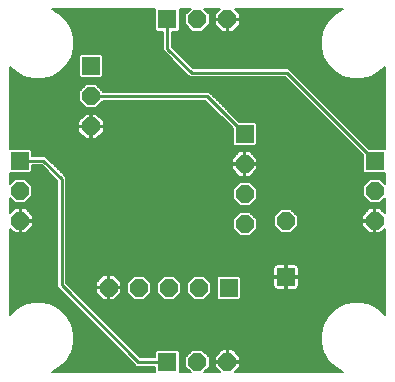
<source format=gbl>
G75*
%MOIN*%
%OFA0B0*%
%FSLAX25Y25*%
%IPPOS*%
%LPD*%
%AMOC8*
5,1,8,0,0,1.08239X$1,22.5*
%
%ADD10R,0.05937X0.05937*%
%ADD11OC8,0.05937*%
%ADD12C,0.01000*%
%ADD13C,0.00500*%
D10*
X0059929Y0010874D03*
X0080323Y0035638D03*
X0099417Y0039220D03*
X0128984Y0077961D03*
X0085677Y0086898D03*
X0059929Y0125047D03*
X0034496Y0109457D03*
X0010874Y0077961D03*
D11*
X0010874Y0067961D03*
X0010874Y0057961D03*
X0040323Y0035638D03*
X0050323Y0035638D03*
X0060323Y0035638D03*
X0070323Y0035638D03*
X0085677Y0056898D03*
X0085677Y0066898D03*
X0085677Y0076898D03*
X0099417Y0057803D03*
X0128984Y0057961D03*
X0128984Y0067961D03*
X0079929Y0010874D03*
X0069929Y0010874D03*
X0034496Y0089457D03*
X0034496Y0099457D03*
X0069929Y0125047D03*
X0079929Y0125047D03*
D12*
X0059929Y0125047D02*
X0059929Y0115362D01*
X0067961Y0107331D01*
X0099614Y0107331D01*
X0128984Y0077961D01*
X0085677Y0086898D02*
X0073118Y0099457D01*
X0034496Y0099457D01*
X0018591Y0077961D02*
X0024654Y0071898D01*
X0024654Y0036465D01*
X0050244Y0010874D01*
X0059929Y0010874D01*
X0018591Y0077961D02*
X0010874Y0077961D01*
D13*
X0024224Y0009046D02*
X0021545Y0007500D01*
X0055911Y0007500D01*
X0055911Y0009324D01*
X0049602Y0009324D01*
X0048694Y0010232D01*
X0023104Y0035823D01*
X0023104Y0071256D01*
X0017949Y0076411D01*
X0014893Y0076411D01*
X0014893Y0074557D01*
X0014277Y0073942D01*
X0007500Y0073942D01*
X0007500Y0070270D01*
X0009209Y0071979D01*
X0012539Y0071979D01*
X0014893Y0069625D01*
X0014893Y0066296D01*
X0012539Y0063942D01*
X0009209Y0063942D01*
X0007500Y0065652D01*
X0007500Y0060552D01*
X0009127Y0062179D01*
X0010624Y0062179D01*
X0010624Y0058211D01*
X0011124Y0058211D01*
X0011124Y0062179D01*
X0012621Y0062179D01*
X0015093Y0059708D01*
X0015093Y0058211D01*
X0011124Y0058211D01*
X0011124Y0057711D01*
X0015093Y0057711D01*
X0015093Y0056213D01*
X0012621Y0053742D01*
X0011124Y0053742D01*
X0011124Y0057711D01*
X0010624Y0057711D01*
X0010624Y0053742D01*
X0009127Y0053742D01*
X0007500Y0055369D01*
X0007500Y0026614D01*
X0009335Y0028450D01*
X0012100Y0030046D01*
X0015183Y0030872D01*
X0018376Y0030872D01*
X0021459Y0030046D01*
X0024224Y0028450D01*
X0026481Y0026192D01*
X0028077Y0023428D01*
X0028904Y0020344D01*
X0028904Y0017152D01*
X0028077Y0014068D01*
X0026481Y0011304D01*
X0024224Y0009046D01*
X0024113Y0008982D02*
X0055911Y0008982D01*
X0055911Y0008484D02*
X0023249Y0008484D01*
X0022386Y0007985D02*
X0055911Y0007985D01*
X0055911Y0012424D02*
X0050886Y0012424D01*
X0026204Y0037107D01*
X0026204Y0072540D01*
X0025296Y0073448D01*
X0019233Y0079511D01*
X0014893Y0079511D01*
X0014893Y0081364D01*
X0014277Y0081979D01*
X0007500Y0081979D01*
X0007500Y0109307D01*
X0009335Y0107472D01*
X0012100Y0105875D01*
X0015183Y0105049D01*
X0018376Y0105049D01*
X0021459Y0105875D01*
X0024224Y0107472D01*
X0026481Y0109729D01*
X0028077Y0112494D01*
X0028904Y0115577D01*
X0028904Y0118769D01*
X0028077Y0121853D01*
X0026481Y0124618D01*
X0024224Y0126875D01*
X0021545Y0128421D01*
X0055911Y0128421D01*
X0055911Y0121644D01*
X0056526Y0121029D01*
X0058379Y0121029D01*
X0058379Y0114720D01*
X0066411Y0106689D01*
X0066411Y0106689D01*
X0067319Y0105781D01*
X0098972Y0105781D01*
X0124966Y0079787D01*
X0124966Y0074557D01*
X0125581Y0073942D01*
X0132358Y0073942D01*
X0132358Y0070270D01*
X0130649Y0071979D01*
X0127320Y0071979D01*
X0124966Y0069625D01*
X0124966Y0066296D01*
X0127320Y0063942D01*
X0130649Y0063942D01*
X0132358Y0065652D01*
X0132358Y0060552D01*
X0130732Y0062179D01*
X0129234Y0062179D01*
X0129234Y0058211D01*
X0128734Y0058211D01*
X0128734Y0062179D01*
X0127237Y0062179D01*
X0124766Y0059708D01*
X0124766Y0058211D01*
X0128734Y0058211D01*
X0128734Y0057711D01*
X0124766Y0057711D01*
X0124766Y0056213D01*
X0127237Y0053742D01*
X0128734Y0053742D01*
X0128734Y0057711D01*
X0129234Y0057711D01*
X0129234Y0053742D01*
X0130732Y0053742D01*
X0132358Y0055369D01*
X0132358Y0026614D01*
X0130523Y0028450D01*
X0127758Y0030046D01*
X0124675Y0030872D01*
X0121483Y0030872D01*
X0118399Y0030046D01*
X0115634Y0028450D01*
X0113377Y0026192D01*
X0111781Y0023428D01*
X0110955Y0020344D01*
X0110955Y0017152D01*
X0111781Y0014068D01*
X0113377Y0011304D01*
X0115634Y0009046D01*
X0118313Y0007500D01*
X0082521Y0007500D01*
X0084148Y0009127D01*
X0084148Y0010624D01*
X0080179Y0010624D01*
X0080179Y0011124D01*
X0079679Y0011124D01*
X0079679Y0010624D01*
X0075711Y0010624D01*
X0075711Y0009127D01*
X0077337Y0007500D01*
X0072238Y0007500D01*
X0073948Y0009209D01*
X0073948Y0012539D01*
X0071594Y0014893D01*
X0068265Y0014893D01*
X0065911Y0012539D01*
X0065911Y0009209D01*
X0067620Y0007500D01*
X0063948Y0007500D01*
X0063948Y0014277D01*
X0063333Y0014893D01*
X0056526Y0014893D01*
X0055911Y0014277D01*
X0055911Y0012424D01*
X0055911Y0012472D02*
X0050838Y0012472D01*
X0050340Y0012970D02*
X0055911Y0012970D01*
X0055911Y0013469D02*
X0049841Y0013469D01*
X0049343Y0013967D02*
X0055911Y0013967D01*
X0056099Y0014466D02*
X0048844Y0014466D01*
X0048346Y0014964D02*
X0078054Y0014964D01*
X0078182Y0015093D02*
X0075711Y0012621D01*
X0075711Y0011124D01*
X0079679Y0011124D01*
X0079679Y0015093D01*
X0078182Y0015093D01*
X0077555Y0014466D02*
X0072020Y0014466D01*
X0072519Y0013967D02*
X0077057Y0013967D01*
X0076558Y0013469D02*
X0073017Y0013469D01*
X0073516Y0012970D02*
X0076059Y0012970D01*
X0075711Y0012472D02*
X0073948Y0012472D01*
X0073948Y0011973D02*
X0075711Y0011973D01*
X0075711Y0011475D02*
X0073948Y0011475D01*
X0073948Y0010976D02*
X0079679Y0010976D01*
X0079679Y0011475D02*
X0080179Y0011475D01*
X0080179Y0011124D02*
X0080179Y0015093D01*
X0081676Y0015093D01*
X0084148Y0012621D01*
X0084148Y0011124D01*
X0080179Y0011124D01*
X0080179Y0010976D02*
X0113705Y0010976D01*
X0113278Y0011475D02*
X0084148Y0011475D01*
X0084148Y0011973D02*
X0112991Y0011973D01*
X0112703Y0012472D02*
X0084148Y0012472D01*
X0083799Y0012970D02*
X0112415Y0012970D01*
X0112127Y0013469D02*
X0083300Y0013469D01*
X0082802Y0013967D02*
X0111839Y0013967D01*
X0111674Y0014466D02*
X0082303Y0014466D01*
X0081805Y0014964D02*
X0111541Y0014964D01*
X0111407Y0015463D02*
X0047847Y0015463D01*
X0047349Y0015961D02*
X0111274Y0015961D01*
X0111140Y0016460D02*
X0046850Y0016460D01*
X0046352Y0016958D02*
X0111007Y0016958D01*
X0110955Y0017457D02*
X0045853Y0017457D01*
X0045355Y0017955D02*
X0110955Y0017955D01*
X0110955Y0018454D02*
X0044856Y0018454D01*
X0044358Y0018952D02*
X0110955Y0018952D01*
X0110955Y0019451D02*
X0043859Y0019451D01*
X0043361Y0019949D02*
X0110955Y0019949D01*
X0110983Y0020448D02*
X0042862Y0020448D01*
X0042364Y0020946D02*
X0111116Y0020946D01*
X0111250Y0021445D02*
X0041865Y0021445D01*
X0041367Y0021943D02*
X0111383Y0021943D01*
X0111517Y0022442D02*
X0040868Y0022442D01*
X0040370Y0022940D02*
X0111650Y0022940D01*
X0111787Y0023439D02*
X0039871Y0023439D01*
X0039373Y0023937D02*
X0112075Y0023937D01*
X0112363Y0024436D02*
X0038874Y0024436D01*
X0038376Y0024934D02*
X0112651Y0024934D01*
X0112939Y0025433D02*
X0037877Y0025433D01*
X0037379Y0025932D02*
X0113227Y0025932D01*
X0113615Y0026430D02*
X0036880Y0026430D01*
X0036382Y0026929D02*
X0114113Y0026929D01*
X0114612Y0027427D02*
X0035883Y0027427D01*
X0035385Y0027926D02*
X0115110Y0027926D01*
X0115609Y0028424D02*
X0034886Y0028424D01*
X0034388Y0028923D02*
X0116454Y0028923D01*
X0117317Y0029421D02*
X0033889Y0029421D01*
X0033391Y0029920D02*
X0118180Y0029920D01*
X0119789Y0030418D02*
X0032892Y0030418D01*
X0032393Y0030917D02*
X0132358Y0030917D01*
X0132358Y0031415D02*
X0031895Y0031415D01*
X0031396Y0031914D02*
X0038081Y0031914D01*
X0038575Y0031419D02*
X0040073Y0031419D01*
X0040073Y0035388D01*
X0036104Y0035388D01*
X0036104Y0033890D01*
X0038575Y0031419D01*
X0037583Y0032412D02*
X0030898Y0032412D01*
X0030399Y0032911D02*
X0037084Y0032911D01*
X0036586Y0033409D02*
X0029901Y0033409D01*
X0029402Y0033908D02*
X0036104Y0033908D01*
X0036104Y0034406D02*
X0028904Y0034406D01*
X0028405Y0034905D02*
X0036104Y0034905D01*
X0036104Y0035888D02*
X0040073Y0035888D01*
X0040073Y0039856D01*
X0038575Y0039856D01*
X0036104Y0037385D01*
X0036104Y0035888D01*
X0036104Y0035902D02*
X0027408Y0035902D01*
X0026910Y0036400D02*
X0036104Y0036400D01*
X0036104Y0036899D02*
X0026411Y0036899D01*
X0026204Y0037397D02*
X0036116Y0037397D01*
X0036615Y0037896D02*
X0026204Y0037896D01*
X0026204Y0038394D02*
X0037113Y0038394D01*
X0037612Y0038893D02*
X0026204Y0038893D01*
X0026204Y0039391D02*
X0038111Y0039391D01*
X0040073Y0039391D02*
X0040573Y0039391D01*
X0040573Y0039856D02*
X0042070Y0039856D01*
X0044541Y0037385D01*
X0044541Y0035888D01*
X0040573Y0035888D01*
X0040073Y0035888D01*
X0040073Y0035388D01*
X0040573Y0035388D01*
X0040573Y0035888D01*
X0040573Y0039856D01*
X0040573Y0038893D02*
X0040073Y0038893D01*
X0040073Y0038394D02*
X0040573Y0038394D01*
X0040573Y0037896D02*
X0040073Y0037896D01*
X0040073Y0037397D02*
X0040573Y0037397D01*
X0040573Y0036899D02*
X0040073Y0036899D01*
X0040073Y0036400D02*
X0040573Y0036400D01*
X0040573Y0035902D02*
X0040073Y0035902D01*
X0040073Y0035403D02*
X0027907Y0035403D01*
X0025517Y0033409D02*
X0007500Y0033409D01*
X0007500Y0032911D02*
X0026015Y0032911D01*
X0026514Y0032412D02*
X0007500Y0032412D01*
X0007500Y0031914D02*
X0027012Y0031914D01*
X0027511Y0031415D02*
X0007500Y0031415D01*
X0007500Y0030917D02*
X0028009Y0030917D01*
X0028508Y0030418D02*
X0020070Y0030418D01*
X0021678Y0029920D02*
X0029006Y0029920D01*
X0029505Y0029421D02*
X0022541Y0029421D01*
X0023405Y0028923D02*
X0030003Y0028923D01*
X0030502Y0028424D02*
X0024249Y0028424D01*
X0024748Y0027926D02*
X0031001Y0027926D01*
X0031499Y0027427D02*
X0025246Y0027427D01*
X0025745Y0026929D02*
X0031998Y0026929D01*
X0032496Y0026430D02*
X0026243Y0026430D01*
X0026632Y0025932D02*
X0032995Y0025932D01*
X0033493Y0025433D02*
X0026920Y0025433D01*
X0027207Y0024934D02*
X0033992Y0024934D01*
X0034490Y0024436D02*
X0027495Y0024436D01*
X0027783Y0023937D02*
X0034989Y0023937D01*
X0035487Y0023439D02*
X0028071Y0023439D01*
X0028208Y0022940D02*
X0035986Y0022940D01*
X0036484Y0022442D02*
X0028341Y0022442D01*
X0028475Y0021943D02*
X0036983Y0021943D01*
X0037481Y0021445D02*
X0028609Y0021445D01*
X0028742Y0020946D02*
X0037980Y0020946D01*
X0038478Y0020448D02*
X0028876Y0020448D01*
X0028904Y0019949D02*
X0038977Y0019949D01*
X0039475Y0019451D02*
X0028904Y0019451D01*
X0028904Y0018952D02*
X0039974Y0018952D01*
X0040472Y0018454D02*
X0028904Y0018454D01*
X0028904Y0017955D02*
X0040971Y0017955D01*
X0041469Y0017457D02*
X0028904Y0017457D01*
X0028852Y0016958D02*
X0041968Y0016958D01*
X0042466Y0016460D02*
X0028718Y0016460D01*
X0028585Y0015961D02*
X0042965Y0015961D01*
X0043463Y0015463D02*
X0028451Y0015463D01*
X0028317Y0014964D02*
X0043962Y0014964D01*
X0044460Y0014466D02*
X0028184Y0014466D01*
X0028019Y0013967D02*
X0044959Y0013967D01*
X0045457Y0013469D02*
X0027731Y0013469D01*
X0027443Y0012970D02*
X0045956Y0012970D01*
X0046454Y0012472D02*
X0027155Y0012472D01*
X0026868Y0011973D02*
X0046953Y0011973D01*
X0047451Y0011475D02*
X0026580Y0011475D01*
X0026154Y0010976D02*
X0047950Y0010976D01*
X0048448Y0010478D02*
X0025655Y0010478D01*
X0025157Y0009979D02*
X0048947Y0009979D01*
X0049445Y0009481D02*
X0024658Y0009481D01*
X0007814Y0026929D02*
X0007500Y0026929D01*
X0007500Y0027427D02*
X0008313Y0027427D01*
X0008811Y0027926D02*
X0007500Y0027926D01*
X0007500Y0028424D02*
X0009310Y0028424D01*
X0010154Y0028923D02*
X0007500Y0028923D01*
X0007500Y0029421D02*
X0011018Y0029421D01*
X0011881Y0029920D02*
X0007500Y0029920D01*
X0007500Y0030418D02*
X0013489Y0030418D01*
X0007500Y0033908D02*
X0025018Y0033908D01*
X0024520Y0034406D02*
X0007500Y0034406D01*
X0007500Y0034905D02*
X0024021Y0034905D01*
X0023523Y0035403D02*
X0007500Y0035403D01*
X0007500Y0035902D02*
X0023104Y0035902D01*
X0023104Y0036400D02*
X0007500Y0036400D01*
X0007500Y0036899D02*
X0023104Y0036899D01*
X0023104Y0037397D02*
X0007500Y0037397D01*
X0007500Y0037896D02*
X0023104Y0037896D01*
X0023104Y0038394D02*
X0007500Y0038394D01*
X0007500Y0038893D02*
X0023104Y0038893D01*
X0023104Y0039391D02*
X0007500Y0039391D01*
X0007500Y0039890D02*
X0023104Y0039890D01*
X0023104Y0040388D02*
X0007500Y0040388D01*
X0007500Y0040887D02*
X0023104Y0040887D01*
X0023104Y0041385D02*
X0007500Y0041385D01*
X0007500Y0041884D02*
X0023104Y0041884D01*
X0023104Y0042382D02*
X0007500Y0042382D01*
X0007500Y0042881D02*
X0023104Y0042881D01*
X0023104Y0043379D02*
X0007500Y0043379D01*
X0007500Y0043878D02*
X0023104Y0043878D01*
X0023104Y0044376D02*
X0007500Y0044376D01*
X0007500Y0044875D02*
X0023104Y0044875D01*
X0023104Y0045373D02*
X0007500Y0045373D01*
X0007500Y0045872D02*
X0023104Y0045872D01*
X0023104Y0046370D02*
X0007500Y0046370D01*
X0007500Y0046869D02*
X0023104Y0046869D01*
X0023104Y0047368D02*
X0007500Y0047368D01*
X0007500Y0047866D02*
X0023104Y0047866D01*
X0023104Y0048365D02*
X0007500Y0048365D01*
X0007500Y0048863D02*
X0023104Y0048863D01*
X0023104Y0049362D02*
X0007500Y0049362D01*
X0007500Y0049860D02*
X0023104Y0049860D01*
X0023104Y0050359D02*
X0007500Y0050359D01*
X0007500Y0050857D02*
X0023104Y0050857D01*
X0023104Y0051356D02*
X0007500Y0051356D01*
X0007500Y0051854D02*
X0023104Y0051854D01*
X0023104Y0052353D02*
X0007500Y0052353D01*
X0007500Y0052851D02*
X0023104Y0052851D01*
X0023104Y0053350D02*
X0007500Y0053350D01*
X0007500Y0053848D02*
X0009021Y0053848D01*
X0008522Y0054347D02*
X0007500Y0054347D01*
X0007500Y0054845D02*
X0008024Y0054845D01*
X0007525Y0055344D02*
X0007500Y0055344D01*
X0010624Y0055344D02*
X0011124Y0055344D01*
X0011124Y0055842D02*
X0010624Y0055842D01*
X0010624Y0056341D02*
X0011124Y0056341D01*
X0011124Y0056839D02*
X0010624Y0056839D01*
X0010624Y0057338D02*
X0011124Y0057338D01*
X0011124Y0057836D02*
X0023104Y0057836D01*
X0023104Y0057338D02*
X0015093Y0057338D01*
X0015093Y0056839D02*
X0023104Y0056839D01*
X0023104Y0056341D02*
X0015093Y0056341D01*
X0014721Y0055842D02*
X0023104Y0055842D01*
X0023104Y0055344D02*
X0014223Y0055344D01*
X0013724Y0054845D02*
X0023104Y0054845D01*
X0023104Y0054347D02*
X0013226Y0054347D01*
X0012727Y0053848D02*
X0023104Y0053848D01*
X0026204Y0053848D02*
X0083044Y0053848D01*
X0083542Y0053350D02*
X0026204Y0053350D01*
X0026204Y0052851D02*
X0132358Y0052851D01*
X0132358Y0052353D02*
X0026204Y0052353D01*
X0026204Y0051854D02*
X0132358Y0051854D01*
X0132358Y0051356D02*
X0026204Y0051356D01*
X0026204Y0050857D02*
X0132358Y0050857D01*
X0132358Y0050359D02*
X0026204Y0050359D01*
X0026204Y0049860D02*
X0132358Y0049860D01*
X0132358Y0049362D02*
X0026204Y0049362D01*
X0026204Y0048863D02*
X0132358Y0048863D01*
X0132358Y0048365D02*
X0026204Y0048365D01*
X0026204Y0047866D02*
X0132358Y0047866D01*
X0132358Y0047368D02*
X0026204Y0047368D01*
X0026204Y0046869D02*
X0132358Y0046869D01*
X0132358Y0046370D02*
X0026204Y0046370D01*
X0026204Y0045872D02*
X0132358Y0045872D01*
X0132358Y0045373D02*
X0026204Y0045373D01*
X0026204Y0044875D02*
X0132358Y0044875D01*
X0132358Y0044376D02*
X0026204Y0044376D01*
X0026204Y0043878D02*
X0132358Y0043878D01*
X0132358Y0043379D02*
X0102773Y0043379D01*
X0102868Y0043354D02*
X0102550Y0043439D01*
X0099667Y0043439D01*
X0099667Y0039471D01*
X0099167Y0039471D01*
X0099167Y0043439D01*
X0096284Y0043439D01*
X0095966Y0043354D01*
X0095681Y0043189D01*
X0095449Y0042956D01*
X0095284Y0042671D01*
X0095199Y0042354D01*
X0095199Y0039470D01*
X0099167Y0039470D01*
X0099167Y0038970D01*
X0099667Y0038970D01*
X0099667Y0035002D01*
X0102550Y0035002D01*
X0102868Y0035087D01*
X0103153Y0035252D01*
X0103386Y0035484D01*
X0103551Y0035769D01*
X0103636Y0036087D01*
X0103636Y0038970D01*
X0099667Y0038970D01*
X0099667Y0039470D01*
X0103636Y0039470D01*
X0103636Y0042354D01*
X0103551Y0042671D01*
X0103386Y0042956D01*
X0103153Y0043189D01*
X0102868Y0043354D01*
X0103430Y0042881D02*
X0132358Y0042881D01*
X0132358Y0042382D02*
X0103628Y0042382D01*
X0103636Y0041884D02*
X0132358Y0041884D01*
X0132358Y0041385D02*
X0103636Y0041385D01*
X0103636Y0040887D02*
X0132358Y0040887D01*
X0132358Y0040388D02*
X0103636Y0040388D01*
X0103636Y0039890D02*
X0132358Y0039890D01*
X0132358Y0039391D02*
X0099667Y0039391D01*
X0099667Y0038893D02*
X0099167Y0038893D01*
X0099167Y0038970D02*
X0099167Y0035002D01*
X0096284Y0035002D01*
X0095966Y0035087D01*
X0095681Y0035252D01*
X0095449Y0035484D01*
X0095284Y0035769D01*
X0095199Y0036087D01*
X0095199Y0038970D01*
X0099167Y0038970D01*
X0099167Y0039391D02*
X0083991Y0039391D01*
X0083726Y0039656D02*
X0076919Y0039656D01*
X0076304Y0039041D01*
X0076304Y0032234D01*
X0076919Y0031619D01*
X0083726Y0031619D01*
X0084341Y0032234D01*
X0084341Y0039041D01*
X0083726Y0039656D01*
X0084341Y0038893D02*
X0095199Y0038893D01*
X0095199Y0038394D02*
X0084341Y0038394D01*
X0084341Y0037896D02*
X0095199Y0037896D01*
X0095199Y0037397D02*
X0084341Y0037397D01*
X0084341Y0036899D02*
X0095199Y0036899D01*
X0095199Y0036400D02*
X0084341Y0036400D01*
X0084341Y0035902D02*
X0095249Y0035902D01*
X0095530Y0035403D02*
X0084341Y0035403D01*
X0084341Y0034905D02*
X0132358Y0034905D01*
X0132358Y0035403D02*
X0103305Y0035403D01*
X0103586Y0035902D02*
X0132358Y0035902D01*
X0132358Y0036400D02*
X0103636Y0036400D01*
X0103636Y0036899D02*
X0132358Y0036899D01*
X0132358Y0037397D02*
X0103636Y0037397D01*
X0103636Y0037896D02*
X0132358Y0037896D01*
X0132358Y0038394D02*
X0103636Y0038394D01*
X0103636Y0038893D02*
X0132358Y0038893D01*
X0132358Y0034406D02*
X0084341Y0034406D01*
X0084341Y0033908D02*
X0132358Y0033908D01*
X0132358Y0033409D02*
X0084341Y0033409D01*
X0084341Y0032911D02*
X0132358Y0032911D01*
X0132358Y0032412D02*
X0084341Y0032412D01*
X0084021Y0031914D02*
X0132358Y0031914D01*
X0132358Y0030418D02*
X0126369Y0030418D01*
X0127977Y0029920D02*
X0132358Y0029920D01*
X0132358Y0029421D02*
X0128840Y0029421D01*
X0129704Y0028923D02*
X0132358Y0028923D01*
X0132358Y0028424D02*
X0130549Y0028424D01*
X0131047Y0027926D02*
X0132358Y0027926D01*
X0132358Y0027427D02*
X0131546Y0027427D01*
X0132044Y0026929D02*
X0132358Y0026929D01*
X0115200Y0009481D02*
X0084148Y0009481D01*
X0084148Y0009979D02*
X0114702Y0009979D01*
X0114203Y0010478D02*
X0084148Y0010478D01*
X0084003Y0008982D02*
X0115746Y0008982D01*
X0116609Y0008484D02*
X0083505Y0008484D01*
X0083006Y0007985D02*
X0117473Y0007985D01*
X0099667Y0035403D02*
X0099167Y0035403D01*
X0099167Y0035902D02*
X0099667Y0035902D01*
X0099667Y0036400D02*
X0099167Y0036400D01*
X0099167Y0036899D02*
X0099667Y0036899D01*
X0099667Y0037397D02*
X0099167Y0037397D01*
X0099167Y0037896D02*
X0099667Y0037896D01*
X0099667Y0038394D02*
X0099167Y0038394D01*
X0099167Y0039890D02*
X0099667Y0039890D01*
X0099667Y0040388D02*
X0099167Y0040388D01*
X0099167Y0040887D02*
X0099667Y0040887D01*
X0099667Y0041385D02*
X0099167Y0041385D01*
X0099167Y0041884D02*
X0099667Y0041884D01*
X0099667Y0042382D02*
X0099167Y0042382D01*
X0099167Y0042881D02*
X0099667Y0042881D01*
X0099667Y0043379D02*
X0099167Y0043379D01*
X0096062Y0043379D02*
X0026204Y0043379D01*
X0026204Y0042881D02*
X0095405Y0042881D01*
X0095207Y0042382D02*
X0026204Y0042382D01*
X0026204Y0041884D02*
X0095199Y0041884D01*
X0095199Y0041385D02*
X0026204Y0041385D01*
X0026204Y0040887D02*
X0095199Y0040887D01*
X0095199Y0040388D02*
X0026204Y0040388D01*
X0026204Y0039890D02*
X0095199Y0039890D01*
X0087342Y0052879D02*
X0084013Y0052879D01*
X0081659Y0055233D01*
X0081659Y0058562D01*
X0084013Y0060916D01*
X0087342Y0060916D01*
X0089696Y0058562D01*
X0089696Y0055233D01*
X0087342Y0052879D01*
X0087812Y0053350D02*
X0132358Y0053350D01*
X0132358Y0053848D02*
X0130838Y0053848D01*
X0131336Y0054347D02*
X0132358Y0054347D01*
X0132358Y0054845D02*
X0131835Y0054845D01*
X0132333Y0055344D02*
X0132358Y0055344D01*
X0129234Y0055344D02*
X0128734Y0055344D01*
X0128734Y0055842D02*
X0129234Y0055842D01*
X0129234Y0056341D02*
X0128734Y0056341D01*
X0128734Y0056839D02*
X0129234Y0056839D01*
X0129234Y0057338D02*
X0128734Y0057338D01*
X0128734Y0057836D02*
X0103436Y0057836D01*
X0103436Y0057338D02*
X0124766Y0057338D01*
X0124766Y0056839D02*
X0103436Y0056839D01*
X0103436Y0056341D02*
X0124766Y0056341D01*
X0125137Y0055842D02*
X0103139Y0055842D01*
X0103436Y0056139D02*
X0101082Y0053785D01*
X0097753Y0053785D01*
X0095399Y0056139D01*
X0095399Y0059468D01*
X0097753Y0061822D01*
X0101082Y0061822D01*
X0103436Y0059468D01*
X0103436Y0056139D01*
X0102641Y0055344D02*
X0125635Y0055344D01*
X0126134Y0054845D02*
X0102142Y0054845D01*
X0101644Y0054347D02*
X0126632Y0054347D01*
X0127131Y0053848D02*
X0101145Y0053848D01*
X0097689Y0053848D02*
X0088311Y0053848D01*
X0088809Y0054347D02*
X0097191Y0054347D01*
X0096692Y0054845D02*
X0089308Y0054845D01*
X0089696Y0055344D02*
X0096194Y0055344D01*
X0095695Y0055842D02*
X0089696Y0055842D01*
X0089696Y0056341D02*
X0095399Y0056341D01*
X0095399Y0056839D02*
X0089696Y0056839D01*
X0089696Y0057338D02*
X0095399Y0057338D01*
X0095399Y0057836D02*
X0089696Y0057836D01*
X0089696Y0058335D02*
X0095399Y0058335D01*
X0095399Y0058833D02*
X0089425Y0058833D01*
X0088926Y0059332D02*
X0095399Y0059332D01*
X0095761Y0059830D02*
X0088428Y0059830D01*
X0087929Y0060329D02*
X0096260Y0060329D01*
X0096758Y0060827D02*
X0087430Y0060827D01*
X0087342Y0062879D02*
X0089696Y0065233D01*
X0089696Y0068562D01*
X0087342Y0070916D01*
X0084013Y0070916D01*
X0081659Y0068562D01*
X0081659Y0065233D01*
X0084013Y0062879D01*
X0087342Y0062879D01*
X0087782Y0063320D02*
X0132358Y0063320D01*
X0132358Y0063818D02*
X0088281Y0063818D01*
X0088779Y0064317D02*
X0126945Y0064317D01*
X0126446Y0064815D02*
X0089278Y0064815D01*
X0089696Y0065314D02*
X0125948Y0065314D01*
X0125449Y0065812D02*
X0089696Y0065812D01*
X0089696Y0066311D02*
X0124966Y0066311D01*
X0124966Y0066809D02*
X0089696Y0066809D01*
X0089696Y0067308D02*
X0124966Y0067308D01*
X0124966Y0067806D02*
X0089696Y0067806D01*
X0089696Y0068305D02*
X0124966Y0068305D01*
X0124966Y0068803D02*
X0089454Y0068803D01*
X0088956Y0069302D02*
X0124966Y0069302D01*
X0125141Y0069801D02*
X0088457Y0069801D01*
X0087959Y0070299D02*
X0125640Y0070299D01*
X0126138Y0070798D02*
X0087460Y0070798D01*
X0087425Y0072679D02*
X0085927Y0072679D01*
X0085927Y0076648D01*
X0085927Y0077148D01*
X0085427Y0077148D01*
X0085427Y0081116D01*
X0083930Y0081116D01*
X0081459Y0078645D01*
X0081459Y0077148D01*
X0085427Y0077148D01*
X0085427Y0076648D01*
X0081459Y0076648D01*
X0081459Y0075150D01*
X0083930Y0072679D01*
X0085427Y0072679D01*
X0085427Y0076648D01*
X0085927Y0076648D01*
X0089896Y0076648D01*
X0089896Y0075150D01*
X0087425Y0072679D01*
X0087537Y0072792D02*
X0132358Y0072792D01*
X0132358Y0073290D02*
X0088035Y0073290D01*
X0088534Y0073789D02*
X0132358Y0073789D01*
X0132358Y0072293D02*
X0026204Y0072293D01*
X0026204Y0071795D02*
X0127135Y0071795D01*
X0126637Y0071296D02*
X0026204Y0071296D01*
X0026204Y0070798D02*
X0083894Y0070798D01*
X0083396Y0070299D02*
X0026204Y0070299D01*
X0026204Y0069801D02*
X0082897Y0069801D01*
X0082399Y0069302D02*
X0026204Y0069302D01*
X0026204Y0068803D02*
X0081900Y0068803D01*
X0081659Y0068305D02*
X0026204Y0068305D01*
X0026204Y0067806D02*
X0081659Y0067806D01*
X0081659Y0067308D02*
X0026204Y0067308D01*
X0026204Y0066809D02*
X0081659Y0066809D01*
X0081659Y0066311D02*
X0026204Y0066311D01*
X0026204Y0065812D02*
X0081659Y0065812D01*
X0081659Y0065314D02*
X0026204Y0065314D01*
X0026204Y0064815D02*
X0082076Y0064815D01*
X0082575Y0064317D02*
X0026204Y0064317D01*
X0026204Y0063818D02*
X0083073Y0063818D01*
X0083572Y0063320D02*
X0026204Y0063320D01*
X0026204Y0062821D02*
X0132358Y0062821D01*
X0132358Y0062323D02*
X0026204Y0062323D01*
X0026204Y0061824D02*
X0126882Y0061824D01*
X0126384Y0061326D02*
X0101578Y0061326D01*
X0102076Y0060827D02*
X0125885Y0060827D01*
X0125387Y0060329D02*
X0102575Y0060329D01*
X0103073Y0059830D02*
X0124888Y0059830D01*
X0124766Y0059332D02*
X0103436Y0059332D01*
X0103436Y0058833D02*
X0124766Y0058833D01*
X0124766Y0058335D02*
X0103436Y0058335D01*
X0097257Y0061326D02*
X0026204Y0061326D01*
X0026204Y0060827D02*
X0083924Y0060827D01*
X0083425Y0060329D02*
X0026204Y0060329D01*
X0026204Y0059830D02*
X0082927Y0059830D01*
X0082428Y0059332D02*
X0026204Y0059332D01*
X0026204Y0058833D02*
X0081930Y0058833D01*
X0081659Y0058335D02*
X0026204Y0058335D01*
X0026204Y0057836D02*
X0081659Y0057836D01*
X0081659Y0057338D02*
X0026204Y0057338D01*
X0026204Y0056839D02*
X0081659Y0056839D01*
X0081659Y0056341D02*
X0026204Y0056341D01*
X0026204Y0055842D02*
X0081659Y0055842D01*
X0081659Y0055344D02*
X0026204Y0055344D01*
X0026204Y0054845D02*
X0082047Y0054845D01*
X0082545Y0054347D02*
X0026204Y0054347D01*
X0023104Y0058335D02*
X0015093Y0058335D01*
X0015093Y0058833D02*
X0023104Y0058833D01*
X0023104Y0059332D02*
X0015093Y0059332D01*
X0014970Y0059830D02*
X0023104Y0059830D01*
X0023104Y0060329D02*
X0014472Y0060329D01*
X0013973Y0060827D02*
X0023104Y0060827D01*
X0023104Y0061326D02*
X0013475Y0061326D01*
X0012976Y0061824D02*
X0023104Y0061824D01*
X0023104Y0062323D02*
X0007500Y0062323D01*
X0007500Y0062821D02*
X0023104Y0062821D01*
X0023104Y0063320D02*
X0007500Y0063320D01*
X0007500Y0063818D02*
X0023104Y0063818D01*
X0023104Y0064317D02*
X0012913Y0064317D01*
X0013412Y0064815D02*
X0023104Y0064815D01*
X0023104Y0065314D02*
X0013910Y0065314D01*
X0014409Y0065812D02*
X0023104Y0065812D01*
X0023104Y0066311D02*
X0014893Y0066311D01*
X0014893Y0066809D02*
X0023104Y0066809D01*
X0023104Y0067308D02*
X0014893Y0067308D01*
X0014893Y0067806D02*
X0023104Y0067806D01*
X0023104Y0068305D02*
X0014893Y0068305D01*
X0014893Y0068803D02*
X0023104Y0068803D01*
X0023104Y0069302D02*
X0014893Y0069302D01*
X0014717Y0069801D02*
X0023104Y0069801D01*
X0023104Y0070299D02*
X0014219Y0070299D01*
X0013720Y0070798D02*
X0023104Y0070798D01*
X0023063Y0071296D02*
X0013222Y0071296D01*
X0012723Y0071795D02*
X0022565Y0071795D01*
X0022066Y0072293D02*
X0007500Y0072293D01*
X0007500Y0071795D02*
X0009025Y0071795D01*
X0008526Y0071296D02*
X0007500Y0071296D01*
X0007500Y0070798D02*
X0008028Y0070798D01*
X0007529Y0070299D02*
X0007500Y0070299D01*
X0007500Y0072792D02*
X0021568Y0072792D01*
X0021069Y0073290D02*
X0007500Y0073290D01*
X0007500Y0073789D02*
X0020571Y0073789D01*
X0020072Y0074287D02*
X0014622Y0074287D01*
X0014893Y0074786D02*
X0019574Y0074786D01*
X0019075Y0075284D02*
X0014893Y0075284D01*
X0014893Y0075783D02*
X0018576Y0075783D01*
X0018078Y0076281D02*
X0014893Y0076281D01*
X0014893Y0079771D02*
X0082584Y0079771D01*
X0082086Y0079272D02*
X0019471Y0079272D01*
X0019969Y0078774D02*
X0081587Y0078774D01*
X0081459Y0078275D02*
X0020468Y0078275D01*
X0020966Y0077777D02*
X0081459Y0077777D01*
X0081459Y0077278D02*
X0021465Y0077278D01*
X0021964Y0076780D02*
X0085427Y0076780D01*
X0085427Y0077278D02*
X0085927Y0077278D01*
X0085927Y0077148D02*
X0085927Y0081116D01*
X0087425Y0081116D01*
X0089896Y0078645D01*
X0089896Y0077148D01*
X0085927Y0077148D01*
X0085927Y0076780D02*
X0124966Y0076780D01*
X0124966Y0077278D02*
X0089896Y0077278D01*
X0089896Y0077777D02*
X0124966Y0077777D01*
X0124966Y0078275D02*
X0089896Y0078275D01*
X0089767Y0078774D02*
X0124966Y0078774D01*
X0124966Y0079272D02*
X0089268Y0079272D01*
X0088770Y0079771D02*
X0124966Y0079771D01*
X0124484Y0080269D02*
X0088271Y0080269D01*
X0087773Y0080768D02*
X0123985Y0080768D01*
X0123487Y0081266D02*
X0014893Y0081266D01*
X0014893Y0080768D02*
X0083581Y0080768D01*
X0083083Y0080269D02*
X0014893Y0080269D01*
X0014492Y0081765D02*
X0122988Y0081765D01*
X0122490Y0082263D02*
X0007500Y0082263D01*
X0007500Y0082762D02*
X0121991Y0082762D01*
X0121493Y0083260D02*
X0089462Y0083260D01*
X0089696Y0083494D02*
X0089696Y0090301D01*
X0089081Y0090916D01*
X0083851Y0090916D01*
X0074668Y0100099D01*
X0073760Y0101007D01*
X0038515Y0101007D01*
X0038515Y0101121D01*
X0036161Y0103475D01*
X0032832Y0103475D01*
X0030478Y0101121D01*
X0030478Y0097792D01*
X0032832Y0095438D01*
X0036161Y0095438D01*
X0038515Y0097792D01*
X0038515Y0097907D01*
X0072476Y0097907D01*
X0081659Y0088724D01*
X0081659Y0083494D01*
X0082274Y0082879D01*
X0089081Y0082879D01*
X0089696Y0083494D01*
X0089696Y0083759D02*
X0120994Y0083759D01*
X0120495Y0084257D02*
X0089696Y0084257D01*
X0089696Y0084756D02*
X0119997Y0084756D01*
X0119498Y0085254D02*
X0089696Y0085254D01*
X0089696Y0085753D02*
X0119000Y0085753D01*
X0118501Y0086251D02*
X0089696Y0086251D01*
X0089696Y0086750D02*
X0118003Y0086750D01*
X0117504Y0087248D02*
X0089696Y0087248D01*
X0089696Y0087747D02*
X0117006Y0087747D01*
X0116507Y0088245D02*
X0089696Y0088245D01*
X0089696Y0088744D02*
X0116009Y0088744D01*
X0115510Y0089242D02*
X0089696Y0089242D01*
X0089696Y0089741D02*
X0115012Y0089741D01*
X0114513Y0090239D02*
X0089696Y0090239D01*
X0089259Y0090738D02*
X0114015Y0090738D01*
X0113516Y0091237D02*
X0083530Y0091237D01*
X0083032Y0091735D02*
X0113018Y0091735D01*
X0112519Y0092234D02*
X0082533Y0092234D01*
X0082035Y0092732D02*
X0112021Y0092732D01*
X0111522Y0093231D02*
X0081536Y0093231D01*
X0081038Y0093729D02*
X0111024Y0093729D01*
X0110525Y0094228D02*
X0080539Y0094228D01*
X0080041Y0094726D02*
X0110027Y0094726D01*
X0109528Y0095225D02*
X0079542Y0095225D01*
X0079044Y0095723D02*
X0109030Y0095723D01*
X0108531Y0096222D02*
X0078545Y0096222D01*
X0078047Y0096720D02*
X0108033Y0096720D01*
X0107534Y0097219D02*
X0077548Y0097219D01*
X0077050Y0097717D02*
X0107036Y0097717D01*
X0106537Y0098216D02*
X0076551Y0098216D01*
X0076053Y0098714D02*
X0106039Y0098714D01*
X0105540Y0099213D02*
X0075554Y0099213D01*
X0075056Y0099711D02*
X0105042Y0099711D01*
X0104543Y0100210D02*
X0074557Y0100210D01*
X0074059Y0100708D02*
X0104045Y0100708D01*
X0103546Y0101207D02*
X0038429Y0101207D01*
X0037931Y0101705D02*
X0103048Y0101705D01*
X0102549Y0102204D02*
X0037432Y0102204D01*
X0036933Y0102702D02*
X0102051Y0102702D01*
X0101552Y0103201D02*
X0036435Y0103201D01*
X0037899Y0105438D02*
X0038515Y0106053D01*
X0038515Y0112860D01*
X0037899Y0113475D01*
X0031093Y0113475D01*
X0030478Y0112860D01*
X0030478Y0106053D01*
X0031093Y0105438D01*
X0037899Y0105438D01*
X0038155Y0105693D02*
X0099060Y0105693D01*
X0099558Y0105195D02*
X0018919Y0105195D01*
X0020780Y0105693D02*
X0030837Y0105693D01*
X0030478Y0106192D02*
X0022007Y0106192D01*
X0022871Y0106690D02*
X0030478Y0106690D01*
X0030478Y0107189D02*
X0023734Y0107189D01*
X0024440Y0107687D02*
X0030478Y0107687D01*
X0030478Y0108186D02*
X0024938Y0108186D01*
X0025437Y0108684D02*
X0030478Y0108684D01*
X0030478Y0109183D02*
X0025935Y0109183D01*
X0026434Y0109681D02*
X0030478Y0109681D01*
X0030478Y0110180D02*
X0026742Y0110180D01*
X0027029Y0110678D02*
X0030478Y0110678D01*
X0030478Y0111177D02*
X0027317Y0111177D01*
X0027605Y0111675D02*
X0030478Y0111675D01*
X0030478Y0112174D02*
X0027893Y0112174D01*
X0028125Y0112672D02*
X0030478Y0112672D01*
X0030788Y0113171D02*
X0028259Y0113171D01*
X0028392Y0113670D02*
X0059430Y0113670D01*
X0058931Y0114168D02*
X0028526Y0114168D01*
X0028660Y0114667D02*
X0058433Y0114667D01*
X0058379Y0115165D02*
X0028793Y0115165D01*
X0028904Y0115664D02*
X0058379Y0115664D01*
X0058379Y0116162D02*
X0028904Y0116162D01*
X0028904Y0116661D02*
X0058379Y0116661D01*
X0058379Y0117159D02*
X0028904Y0117159D01*
X0028904Y0117658D02*
X0058379Y0117658D01*
X0058379Y0118156D02*
X0028904Y0118156D01*
X0028904Y0118655D02*
X0058379Y0118655D01*
X0058379Y0119153D02*
X0028801Y0119153D01*
X0028667Y0119652D02*
X0058379Y0119652D01*
X0058379Y0120150D02*
X0028534Y0120150D01*
X0028400Y0120649D02*
X0058379Y0120649D01*
X0056407Y0121147D02*
X0028266Y0121147D01*
X0028133Y0121646D02*
X0055911Y0121646D01*
X0055911Y0122144D02*
X0027909Y0122144D01*
X0027621Y0122643D02*
X0055911Y0122643D01*
X0055911Y0123141D02*
X0027334Y0123141D01*
X0027046Y0123640D02*
X0055911Y0123640D01*
X0055911Y0124138D02*
X0026758Y0124138D01*
X0026462Y0124637D02*
X0055911Y0124637D01*
X0055911Y0125135D02*
X0025963Y0125135D01*
X0025465Y0125634D02*
X0055911Y0125634D01*
X0055911Y0126132D02*
X0024966Y0126132D01*
X0024468Y0126631D02*
X0055911Y0126631D01*
X0055911Y0127129D02*
X0023783Y0127129D01*
X0022920Y0127628D02*
X0055911Y0127628D01*
X0055911Y0128126D02*
X0022056Y0128126D01*
X0038204Y0113171D02*
X0059928Y0113171D01*
X0060427Y0112672D02*
X0038515Y0112672D01*
X0038515Y0112174D02*
X0060925Y0112174D01*
X0061424Y0111675D02*
X0038515Y0111675D01*
X0038515Y0111177D02*
X0061922Y0111177D01*
X0062421Y0110678D02*
X0038515Y0110678D01*
X0038515Y0110180D02*
X0062919Y0110180D01*
X0063418Y0109681D02*
X0038515Y0109681D01*
X0038515Y0109183D02*
X0063916Y0109183D01*
X0064415Y0108684D02*
X0038515Y0108684D01*
X0038515Y0108186D02*
X0064913Y0108186D01*
X0065412Y0107687D02*
X0038515Y0107687D01*
X0038515Y0107189D02*
X0065910Y0107189D01*
X0066409Y0106690D02*
X0038515Y0106690D01*
X0038515Y0106192D02*
X0066907Y0106192D01*
X0068603Y0108881D02*
X0098972Y0108881D01*
X0100256Y0108881D01*
X0127158Y0081979D01*
X0132358Y0081979D01*
X0132358Y0109307D01*
X0130523Y0107472D01*
X0127758Y0105875D01*
X0124675Y0105049D01*
X0121483Y0105049D01*
X0118399Y0105875D01*
X0115634Y0107472D01*
X0113377Y0109729D01*
X0111781Y0112494D01*
X0110955Y0115577D01*
X0110955Y0118769D01*
X0111781Y0121853D01*
X0113377Y0124618D01*
X0115634Y0126875D01*
X0118313Y0128421D01*
X0082521Y0128421D01*
X0084148Y0126795D01*
X0084148Y0125297D01*
X0080179Y0125297D01*
X0080179Y0124797D01*
X0080179Y0120829D01*
X0081676Y0120829D01*
X0084148Y0123300D01*
X0084148Y0124797D01*
X0080179Y0124797D01*
X0079679Y0124797D01*
X0079679Y0120829D01*
X0078182Y0120829D01*
X0075711Y0123300D01*
X0075711Y0124797D01*
X0079679Y0124797D01*
X0079679Y0125297D01*
X0075711Y0125297D01*
X0075711Y0126795D01*
X0077337Y0128421D01*
X0072238Y0128421D01*
X0073948Y0126712D01*
X0073948Y0123383D01*
X0071594Y0121029D01*
X0068265Y0121029D01*
X0065911Y0123383D01*
X0065911Y0126712D01*
X0067620Y0128421D01*
X0063948Y0128421D01*
X0063948Y0121644D01*
X0063333Y0121029D01*
X0061479Y0121029D01*
X0061479Y0116004D01*
X0068603Y0108881D01*
X0068300Y0109183D02*
X0113923Y0109183D01*
X0113425Y0109681D02*
X0067802Y0109681D01*
X0067303Y0110180D02*
X0113117Y0110180D01*
X0112829Y0110678D02*
X0066805Y0110678D01*
X0066306Y0111177D02*
X0112541Y0111177D01*
X0112253Y0111675D02*
X0065808Y0111675D01*
X0065309Y0112174D02*
X0111965Y0112174D01*
X0111733Y0112672D02*
X0064811Y0112672D01*
X0064312Y0113171D02*
X0111599Y0113171D01*
X0111466Y0113670D02*
X0063814Y0113670D01*
X0063315Y0114168D02*
X0111332Y0114168D01*
X0111199Y0114667D02*
X0062817Y0114667D01*
X0062318Y0115165D02*
X0111065Y0115165D01*
X0110955Y0115664D02*
X0061820Y0115664D01*
X0061479Y0116162D02*
X0110955Y0116162D01*
X0110955Y0116661D02*
X0061479Y0116661D01*
X0061479Y0117159D02*
X0110955Y0117159D01*
X0110955Y0117658D02*
X0061479Y0117658D01*
X0061479Y0118156D02*
X0110955Y0118156D01*
X0110955Y0118655D02*
X0061479Y0118655D01*
X0061479Y0119153D02*
X0111058Y0119153D01*
X0111191Y0119652D02*
X0061479Y0119652D01*
X0061479Y0120150D02*
X0111325Y0120150D01*
X0111458Y0120649D02*
X0061479Y0120649D01*
X0063451Y0121147D02*
X0068146Y0121147D01*
X0067648Y0121646D02*
X0063948Y0121646D01*
X0063948Y0122144D02*
X0067149Y0122144D01*
X0066651Y0122643D02*
X0063948Y0122643D01*
X0063948Y0123141D02*
X0066152Y0123141D01*
X0065911Y0123640D02*
X0063948Y0123640D01*
X0063948Y0124138D02*
X0065911Y0124138D01*
X0065911Y0124637D02*
X0063948Y0124637D01*
X0063948Y0125135D02*
X0065911Y0125135D01*
X0065911Y0125634D02*
X0063948Y0125634D01*
X0063948Y0126132D02*
X0065911Y0126132D01*
X0065911Y0126631D02*
X0063948Y0126631D01*
X0063948Y0127129D02*
X0066328Y0127129D01*
X0066827Y0127628D02*
X0063948Y0127628D01*
X0063948Y0128126D02*
X0067325Y0128126D01*
X0072533Y0128126D02*
X0077042Y0128126D01*
X0076544Y0127628D02*
X0073032Y0127628D01*
X0073530Y0127129D02*
X0076045Y0127129D01*
X0075711Y0126631D02*
X0073948Y0126631D01*
X0073948Y0126132D02*
X0075711Y0126132D01*
X0075711Y0125634D02*
X0073948Y0125634D01*
X0073948Y0125135D02*
X0079679Y0125135D01*
X0079679Y0124637D02*
X0080179Y0124637D01*
X0080179Y0125135D02*
X0113895Y0125135D01*
X0113396Y0124637D02*
X0084148Y0124637D01*
X0084148Y0124138D02*
X0113100Y0124138D01*
X0112813Y0123640D02*
X0084148Y0123640D01*
X0083989Y0123141D02*
X0112525Y0123141D01*
X0112237Y0122643D02*
X0083490Y0122643D01*
X0082992Y0122144D02*
X0111949Y0122144D01*
X0111725Y0121646D02*
X0082493Y0121646D01*
X0081995Y0121147D02*
X0111592Y0121147D01*
X0114393Y0125634D02*
X0084148Y0125634D01*
X0084148Y0126132D02*
X0114892Y0126132D01*
X0115390Y0126631D02*
X0084148Y0126631D01*
X0083813Y0127129D02*
X0116075Y0127129D01*
X0116939Y0127628D02*
X0083314Y0127628D01*
X0082816Y0128126D02*
X0117802Y0128126D01*
X0132234Y0109183D02*
X0132358Y0109183D01*
X0132358Y0108684D02*
X0131736Y0108684D01*
X0131237Y0108186D02*
X0132358Y0108186D01*
X0132358Y0107687D02*
X0130739Y0107687D01*
X0130033Y0107189D02*
X0132358Y0107189D01*
X0132358Y0106690D02*
X0129170Y0106690D01*
X0128306Y0106192D02*
X0132358Y0106192D01*
X0132358Y0105693D02*
X0127079Y0105693D01*
X0125218Y0105195D02*
X0132358Y0105195D01*
X0132358Y0104696D02*
X0104441Y0104696D01*
X0104939Y0104198D02*
X0132358Y0104198D01*
X0132358Y0103699D02*
X0105438Y0103699D01*
X0105936Y0103201D02*
X0132358Y0103201D01*
X0132358Y0102702D02*
X0106435Y0102702D01*
X0106933Y0102204D02*
X0132358Y0102204D01*
X0132358Y0101705D02*
X0107432Y0101705D01*
X0107930Y0101207D02*
X0132358Y0101207D01*
X0132358Y0100708D02*
X0108429Y0100708D01*
X0108927Y0100210D02*
X0132358Y0100210D01*
X0132358Y0099711D02*
X0109426Y0099711D01*
X0109924Y0099213D02*
X0132358Y0099213D01*
X0132358Y0098714D02*
X0110423Y0098714D01*
X0110921Y0098216D02*
X0132358Y0098216D01*
X0132358Y0097717D02*
X0111420Y0097717D01*
X0111918Y0097219D02*
X0132358Y0097219D01*
X0132358Y0096720D02*
X0112417Y0096720D01*
X0112915Y0096222D02*
X0132358Y0096222D01*
X0132358Y0095723D02*
X0113414Y0095723D01*
X0113912Y0095225D02*
X0132358Y0095225D01*
X0132358Y0094726D02*
X0114411Y0094726D01*
X0114909Y0094228D02*
X0132358Y0094228D01*
X0132358Y0093729D02*
X0115408Y0093729D01*
X0115906Y0093231D02*
X0132358Y0093231D01*
X0132358Y0092732D02*
X0116405Y0092732D01*
X0116903Y0092234D02*
X0132358Y0092234D01*
X0132358Y0091735D02*
X0117402Y0091735D01*
X0117900Y0091237D02*
X0132358Y0091237D01*
X0132358Y0090738D02*
X0118399Y0090738D01*
X0118897Y0090239D02*
X0132358Y0090239D01*
X0132358Y0089741D02*
X0119396Y0089741D01*
X0119894Y0089242D02*
X0132358Y0089242D01*
X0132358Y0088744D02*
X0120393Y0088744D01*
X0120891Y0088245D02*
X0132358Y0088245D01*
X0132358Y0087747D02*
X0121390Y0087747D01*
X0121888Y0087248D02*
X0132358Y0087248D01*
X0132358Y0086750D02*
X0122387Y0086750D01*
X0122886Y0086251D02*
X0132358Y0086251D01*
X0132358Y0085753D02*
X0123384Y0085753D01*
X0123883Y0085254D02*
X0132358Y0085254D01*
X0132358Y0084756D02*
X0124381Y0084756D01*
X0124880Y0084257D02*
X0132358Y0084257D01*
X0132358Y0083759D02*
X0125378Y0083759D01*
X0125877Y0083260D02*
X0132358Y0083260D01*
X0132358Y0082762D02*
X0126375Y0082762D01*
X0126874Y0082263D02*
X0132358Y0082263D01*
X0124966Y0076281D02*
X0089896Y0076281D01*
X0089896Y0075783D02*
X0124966Y0075783D01*
X0124966Y0075284D02*
X0089896Y0075284D01*
X0089531Y0074786D02*
X0124966Y0074786D01*
X0125236Y0074287D02*
X0089033Y0074287D01*
X0085927Y0074287D02*
X0085427Y0074287D01*
X0085427Y0073789D02*
X0085927Y0073789D01*
X0085927Y0073290D02*
X0085427Y0073290D01*
X0085427Y0072792D02*
X0085927Y0072792D01*
X0085927Y0074786D02*
X0085427Y0074786D01*
X0085427Y0075284D02*
X0085927Y0075284D01*
X0085927Y0075783D02*
X0085427Y0075783D01*
X0085427Y0076281D02*
X0085927Y0076281D01*
X0085927Y0077777D02*
X0085427Y0077777D01*
X0085427Y0078275D02*
X0085927Y0078275D01*
X0085927Y0078774D02*
X0085427Y0078774D01*
X0085427Y0079272D02*
X0085927Y0079272D01*
X0085927Y0079771D02*
X0085427Y0079771D01*
X0085427Y0080269D02*
X0085927Y0080269D01*
X0085927Y0080768D02*
X0085427Y0080768D01*
X0081893Y0083260D02*
X0007500Y0083260D01*
X0007500Y0083759D02*
X0081659Y0083759D01*
X0081659Y0084257D02*
X0007500Y0084257D01*
X0007500Y0084756D02*
X0081659Y0084756D01*
X0081659Y0085254D02*
X0036260Y0085254D01*
X0036243Y0085238D02*
X0038715Y0087709D01*
X0038715Y0089207D01*
X0034746Y0089207D01*
X0034746Y0089707D01*
X0034246Y0089707D01*
X0034246Y0093675D01*
X0032749Y0093675D01*
X0030278Y0091204D01*
X0030278Y0089707D01*
X0034246Y0089707D01*
X0034246Y0089207D01*
X0030278Y0089207D01*
X0030278Y0087709D01*
X0032749Y0085238D01*
X0034246Y0085238D01*
X0034246Y0089207D01*
X0034746Y0089207D01*
X0034746Y0085238D01*
X0036243Y0085238D01*
X0036758Y0085753D02*
X0081659Y0085753D01*
X0081659Y0086251D02*
X0037257Y0086251D01*
X0037755Y0086750D02*
X0081659Y0086750D01*
X0081659Y0087248D02*
X0038254Y0087248D01*
X0038715Y0087747D02*
X0081659Y0087747D01*
X0081659Y0088245D02*
X0038715Y0088245D01*
X0038715Y0088744D02*
X0081639Y0088744D01*
X0081140Y0089242D02*
X0034746Y0089242D01*
X0034746Y0089707D02*
X0038715Y0089707D01*
X0038715Y0091204D01*
X0036243Y0093675D01*
X0034746Y0093675D01*
X0034746Y0089707D01*
X0034746Y0089741D02*
X0034246Y0089741D01*
X0034246Y0090239D02*
X0034746Y0090239D01*
X0034746Y0090738D02*
X0034246Y0090738D01*
X0034246Y0091237D02*
X0034746Y0091237D01*
X0034746Y0091735D02*
X0034246Y0091735D01*
X0034246Y0092234D02*
X0034746Y0092234D01*
X0034746Y0092732D02*
X0034246Y0092732D01*
X0034246Y0093231D02*
X0034746Y0093231D01*
X0036688Y0093231D02*
X0077152Y0093231D01*
X0076654Y0093729D02*
X0007500Y0093729D01*
X0007500Y0093231D02*
X0032304Y0093231D01*
X0031806Y0092732D02*
X0007500Y0092732D01*
X0007500Y0092234D02*
X0031307Y0092234D01*
X0030809Y0091735D02*
X0007500Y0091735D01*
X0007500Y0091237D02*
X0030310Y0091237D01*
X0030278Y0090738D02*
X0007500Y0090738D01*
X0007500Y0090239D02*
X0030278Y0090239D01*
X0030278Y0089741D02*
X0007500Y0089741D01*
X0007500Y0089242D02*
X0034246Y0089242D01*
X0034246Y0088744D02*
X0034746Y0088744D01*
X0034746Y0088245D02*
X0034246Y0088245D01*
X0034246Y0087747D02*
X0034746Y0087747D01*
X0034746Y0087248D02*
X0034246Y0087248D01*
X0034246Y0086750D02*
X0034746Y0086750D01*
X0034746Y0086251D02*
X0034246Y0086251D01*
X0034246Y0085753D02*
X0034746Y0085753D01*
X0034746Y0085254D02*
X0034246Y0085254D01*
X0032733Y0085254D02*
X0007500Y0085254D01*
X0007500Y0085753D02*
X0032234Y0085753D01*
X0031735Y0086251D02*
X0007500Y0086251D01*
X0007500Y0086750D02*
X0031237Y0086750D01*
X0030738Y0087248D02*
X0007500Y0087248D01*
X0007500Y0087747D02*
X0030278Y0087747D01*
X0030278Y0088245D02*
X0007500Y0088245D01*
X0007500Y0088744D02*
X0030278Y0088744D01*
X0032547Y0095723D02*
X0007500Y0095723D01*
X0007500Y0095225D02*
X0075158Y0095225D01*
X0074660Y0095723D02*
X0036445Y0095723D01*
X0036944Y0096222D02*
X0074161Y0096222D01*
X0073663Y0096720D02*
X0037443Y0096720D01*
X0037941Y0097219D02*
X0073164Y0097219D01*
X0072666Y0097717D02*
X0038440Y0097717D01*
X0037187Y0092732D02*
X0077651Y0092732D01*
X0078149Y0092234D02*
X0037685Y0092234D01*
X0038184Y0091735D02*
X0078648Y0091735D01*
X0079146Y0091237D02*
X0038682Y0091237D01*
X0038715Y0090738D02*
X0079645Y0090738D01*
X0080143Y0090239D02*
X0038715Y0090239D01*
X0038715Y0089741D02*
X0080642Y0089741D01*
X0076155Y0094228D02*
X0007500Y0094228D01*
X0007500Y0094726D02*
X0075657Y0094726D01*
X0081459Y0076281D02*
X0022462Y0076281D01*
X0022961Y0075783D02*
X0081459Y0075783D01*
X0081459Y0075284D02*
X0023459Y0075284D01*
X0023958Y0074786D02*
X0081823Y0074786D01*
X0082322Y0074287D02*
X0024456Y0074287D01*
X0024955Y0073789D02*
X0082820Y0073789D01*
X0083319Y0073290D02*
X0025453Y0073290D01*
X0025952Y0072792D02*
X0083817Y0072792D01*
X0101054Y0103699D02*
X0007500Y0103699D01*
X0007500Y0103201D02*
X0032557Y0103201D01*
X0032059Y0102702D02*
X0007500Y0102702D01*
X0007500Y0102204D02*
X0031560Y0102204D01*
X0031062Y0101705D02*
X0007500Y0101705D01*
X0007500Y0101207D02*
X0030563Y0101207D01*
X0030478Y0100708D02*
X0007500Y0100708D01*
X0007500Y0100210D02*
X0030478Y0100210D01*
X0030478Y0099711D02*
X0007500Y0099711D01*
X0007500Y0099213D02*
X0030478Y0099213D01*
X0030478Y0098714D02*
X0007500Y0098714D01*
X0007500Y0098216D02*
X0030478Y0098216D01*
X0030553Y0097717D02*
X0007500Y0097717D01*
X0007500Y0097219D02*
X0031051Y0097219D01*
X0031550Y0096720D02*
X0007500Y0096720D01*
X0007500Y0096222D02*
X0032048Y0096222D01*
X0014640Y0105195D02*
X0007500Y0105195D01*
X0007500Y0105693D02*
X0012779Y0105693D01*
X0011552Y0106192D02*
X0007500Y0106192D01*
X0007500Y0106690D02*
X0010688Y0106690D01*
X0009825Y0107189D02*
X0007500Y0107189D01*
X0007500Y0107687D02*
X0009119Y0107687D01*
X0008621Y0108186D02*
X0007500Y0108186D01*
X0007500Y0108684D02*
X0008122Y0108684D01*
X0007624Y0109183D02*
X0007500Y0109183D01*
X0007500Y0104696D02*
X0100057Y0104696D01*
X0100555Y0104198D02*
X0007500Y0104198D01*
X0007500Y0065314D02*
X0007838Y0065314D01*
X0007500Y0064815D02*
X0008336Y0064815D01*
X0008835Y0064317D02*
X0007500Y0064317D01*
X0007500Y0061824D02*
X0008772Y0061824D01*
X0008273Y0061326D02*
X0007500Y0061326D01*
X0007500Y0060827D02*
X0007775Y0060827D01*
X0010624Y0060827D02*
X0011124Y0060827D01*
X0011124Y0060329D02*
X0010624Y0060329D01*
X0010624Y0059830D02*
X0011124Y0059830D01*
X0011124Y0059332D02*
X0010624Y0059332D01*
X0010624Y0058833D02*
X0011124Y0058833D01*
X0011124Y0058335D02*
X0010624Y0058335D01*
X0010624Y0061326D02*
X0011124Y0061326D01*
X0011124Y0061824D02*
X0010624Y0061824D01*
X0010624Y0054845D02*
X0011124Y0054845D01*
X0011124Y0054347D02*
X0010624Y0054347D01*
X0010624Y0053848D02*
X0011124Y0053848D01*
X0040073Y0034905D02*
X0040573Y0034905D01*
X0040573Y0035388D02*
X0040573Y0031419D01*
X0042070Y0031419D01*
X0044541Y0033890D01*
X0044541Y0035388D01*
X0040573Y0035388D01*
X0040573Y0035403D02*
X0046304Y0035403D01*
X0046304Y0034905D02*
X0044541Y0034905D01*
X0044541Y0034406D02*
X0046304Y0034406D01*
X0046304Y0033973D02*
X0048658Y0031619D01*
X0051987Y0031619D01*
X0054341Y0033973D01*
X0054341Y0037302D01*
X0051987Y0039656D01*
X0048658Y0039656D01*
X0046304Y0037302D01*
X0046304Y0033973D01*
X0046370Y0033908D02*
X0044541Y0033908D01*
X0044060Y0033409D02*
X0046868Y0033409D01*
X0047367Y0032911D02*
X0043562Y0032911D01*
X0043063Y0032412D02*
X0047865Y0032412D01*
X0048364Y0031914D02*
X0042565Y0031914D01*
X0040573Y0031914D02*
X0040073Y0031914D01*
X0040073Y0032412D02*
X0040573Y0032412D01*
X0040573Y0032911D02*
X0040073Y0032911D01*
X0040073Y0033409D02*
X0040573Y0033409D01*
X0040573Y0033908D02*
X0040073Y0033908D01*
X0040073Y0034406D02*
X0040573Y0034406D01*
X0044541Y0035902D02*
X0046304Y0035902D01*
X0046304Y0036400D02*
X0044541Y0036400D01*
X0044541Y0036899D02*
X0046304Y0036899D01*
X0046399Y0037397D02*
X0044529Y0037397D01*
X0044031Y0037896D02*
X0046898Y0037896D01*
X0047396Y0038394D02*
X0043532Y0038394D01*
X0043034Y0038893D02*
X0047895Y0038893D01*
X0048393Y0039391D02*
X0042535Y0039391D01*
X0052252Y0039391D02*
X0058393Y0039391D01*
X0058658Y0039656D02*
X0056304Y0037302D01*
X0056304Y0033973D01*
X0058658Y0031619D01*
X0061987Y0031619D01*
X0064341Y0033973D01*
X0064341Y0037302D01*
X0061987Y0039656D01*
X0058658Y0039656D01*
X0057895Y0038893D02*
X0052751Y0038893D01*
X0053249Y0038394D02*
X0057396Y0038394D01*
X0056898Y0037896D02*
X0053748Y0037896D01*
X0054246Y0037397D02*
X0056399Y0037397D01*
X0056304Y0036899D02*
X0054341Y0036899D01*
X0054341Y0036400D02*
X0056304Y0036400D01*
X0056304Y0035902D02*
X0054341Y0035902D01*
X0054341Y0035403D02*
X0056304Y0035403D01*
X0056304Y0034905D02*
X0054341Y0034905D01*
X0054341Y0034406D02*
X0056304Y0034406D01*
X0056370Y0033908D02*
X0054276Y0033908D01*
X0053777Y0033409D02*
X0056868Y0033409D01*
X0057367Y0032911D02*
X0053279Y0032911D01*
X0052780Y0032412D02*
X0057865Y0032412D01*
X0058364Y0031914D02*
X0052282Y0031914D01*
X0062282Y0031914D02*
X0068364Y0031914D01*
X0068658Y0031619D02*
X0071987Y0031619D01*
X0074341Y0033973D01*
X0074341Y0037302D01*
X0071987Y0039656D01*
X0068658Y0039656D01*
X0066304Y0037302D01*
X0066304Y0033973D01*
X0068658Y0031619D01*
X0067865Y0032412D02*
X0062780Y0032412D01*
X0063279Y0032911D02*
X0067367Y0032911D01*
X0066868Y0033409D02*
X0063777Y0033409D01*
X0064276Y0033908D02*
X0066370Y0033908D01*
X0066304Y0034406D02*
X0064341Y0034406D01*
X0064341Y0034905D02*
X0066304Y0034905D01*
X0066304Y0035403D02*
X0064341Y0035403D01*
X0064341Y0035902D02*
X0066304Y0035902D01*
X0066304Y0036400D02*
X0064341Y0036400D01*
X0064341Y0036899D02*
X0066304Y0036899D01*
X0066399Y0037397D02*
X0064246Y0037397D01*
X0063748Y0037896D02*
X0066898Y0037896D01*
X0067396Y0038394D02*
X0063249Y0038394D01*
X0062751Y0038893D02*
X0067895Y0038893D01*
X0068393Y0039391D02*
X0062252Y0039391D01*
X0072252Y0039391D02*
X0076654Y0039391D01*
X0076304Y0038893D02*
X0072751Y0038893D01*
X0073249Y0038394D02*
X0076304Y0038394D01*
X0076304Y0037896D02*
X0073748Y0037896D01*
X0074246Y0037397D02*
X0076304Y0037397D01*
X0076304Y0036899D02*
X0074341Y0036899D01*
X0074341Y0036400D02*
X0076304Y0036400D01*
X0076304Y0035902D02*
X0074341Y0035902D01*
X0074341Y0035403D02*
X0076304Y0035403D01*
X0076304Y0034905D02*
X0074341Y0034905D01*
X0074341Y0034406D02*
X0076304Y0034406D01*
X0076304Y0033908D02*
X0074276Y0033908D01*
X0073777Y0033409D02*
X0076304Y0033409D01*
X0076304Y0032911D02*
X0073279Y0032911D01*
X0072780Y0032412D02*
X0076304Y0032412D01*
X0076625Y0031914D02*
X0072282Y0031914D01*
X0079679Y0014964D02*
X0080179Y0014964D01*
X0080179Y0014466D02*
X0079679Y0014466D01*
X0079679Y0013967D02*
X0080179Y0013967D01*
X0080179Y0013469D02*
X0079679Y0013469D01*
X0079679Y0012970D02*
X0080179Y0012970D01*
X0080179Y0012472D02*
X0079679Y0012472D01*
X0079679Y0011973D02*
X0080179Y0011973D01*
X0076354Y0008484D02*
X0073222Y0008484D01*
X0073720Y0008982D02*
X0075855Y0008982D01*
X0075711Y0009481D02*
X0073948Y0009481D01*
X0073948Y0009979D02*
X0075711Y0009979D01*
X0075711Y0010478D02*
X0073948Y0010478D01*
X0072723Y0007985D02*
X0076852Y0007985D01*
X0067838Y0014466D02*
X0063759Y0014466D01*
X0063948Y0013967D02*
X0067339Y0013967D01*
X0066841Y0013469D02*
X0063948Y0013469D01*
X0063948Y0012970D02*
X0066342Y0012970D01*
X0065911Y0012472D02*
X0063948Y0012472D01*
X0063948Y0011973D02*
X0065911Y0011973D01*
X0065911Y0011475D02*
X0063948Y0011475D01*
X0063948Y0010976D02*
X0065911Y0010976D01*
X0065911Y0010478D02*
X0063948Y0010478D01*
X0063948Y0009979D02*
X0065911Y0009979D01*
X0065911Y0009481D02*
X0063948Y0009481D01*
X0063948Y0008982D02*
X0066138Y0008982D01*
X0066637Y0008484D02*
X0063948Y0008484D01*
X0063948Y0007985D02*
X0067135Y0007985D01*
X0128734Y0053848D02*
X0129234Y0053848D01*
X0129234Y0054347D02*
X0128734Y0054347D01*
X0128734Y0054845D02*
X0129234Y0054845D01*
X0129234Y0058335D02*
X0128734Y0058335D01*
X0128734Y0058833D02*
X0129234Y0058833D01*
X0129234Y0059332D02*
X0128734Y0059332D01*
X0128734Y0059830D02*
X0129234Y0059830D01*
X0129234Y0060329D02*
X0128734Y0060329D01*
X0128734Y0060827D02*
X0129234Y0060827D01*
X0129234Y0061326D02*
X0128734Y0061326D01*
X0128734Y0061824D02*
X0129234Y0061824D01*
X0131086Y0061824D02*
X0132358Y0061824D01*
X0132358Y0061326D02*
X0131585Y0061326D01*
X0132083Y0060827D02*
X0132358Y0060827D01*
X0132358Y0064317D02*
X0131024Y0064317D01*
X0131522Y0064815D02*
X0132358Y0064815D01*
X0132358Y0065314D02*
X0132021Y0065314D01*
X0132329Y0070299D02*
X0132358Y0070299D01*
X0132358Y0070798D02*
X0131830Y0070798D01*
X0131332Y0071296D02*
X0132358Y0071296D01*
X0132358Y0071795D02*
X0130833Y0071795D01*
X0120939Y0105195D02*
X0103942Y0105195D01*
X0103444Y0105693D02*
X0119079Y0105693D01*
X0117851Y0106192D02*
X0102945Y0106192D01*
X0102447Y0106690D02*
X0116988Y0106690D01*
X0116124Y0107189D02*
X0101948Y0107189D01*
X0101450Y0107687D02*
X0115419Y0107687D01*
X0114920Y0108186D02*
X0100951Y0108186D01*
X0100452Y0108684D02*
X0114422Y0108684D01*
X0080179Y0121147D02*
X0079679Y0121147D01*
X0079679Y0121646D02*
X0080179Y0121646D01*
X0080179Y0122144D02*
X0079679Y0122144D01*
X0079679Y0122643D02*
X0080179Y0122643D01*
X0080179Y0123141D02*
X0079679Y0123141D01*
X0079679Y0123640D02*
X0080179Y0123640D01*
X0080179Y0124138D02*
X0079679Y0124138D01*
X0077365Y0121646D02*
X0072211Y0121646D01*
X0072709Y0122144D02*
X0076866Y0122144D01*
X0076368Y0122643D02*
X0073208Y0122643D01*
X0073706Y0123141D02*
X0075869Y0123141D01*
X0075711Y0123640D02*
X0073948Y0123640D01*
X0073948Y0124138D02*
X0075711Y0124138D01*
X0075711Y0124637D02*
X0073948Y0124637D01*
X0071712Y0121147D02*
X0077863Y0121147D01*
M02*

</source>
